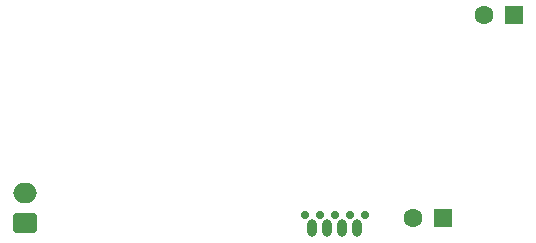
<source format=gbr>
%TF.GenerationSoftware,KiCad,Pcbnew,7.0.7*%
%TF.CreationDate,2023-09-20T12:31:10+02:00*%
%TF.ProjectId,Window_EMP_monitor_59_4x23_5x1.6mm,57696e64-6f77-45f4-954d-505f6d6f6e69,rev?*%
%TF.SameCoordinates,Original*%
%TF.FileFunction,Soldermask,Bot*%
%TF.FilePolarity,Negative*%
%FSLAX46Y46*%
G04 Gerber Fmt 4.6, Leading zero omitted, Abs format (unit mm)*
G04 Created by KiCad (PCBNEW 7.0.7) date 2023-09-20 12:31:10*
%MOMM*%
%LPD*%
G01*
G04 APERTURE LIST*
G04 Aperture macros list*
%AMRoundRect*
0 Rectangle with rounded corners*
0 $1 Rounding radius*
0 $2 $3 $4 $5 $6 $7 $8 $9 X,Y pos of 4 corners*
0 Add a 4 corners polygon primitive as box body*
4,1,4,$2,$3,$4,$5,$6,$7,$8,$9,$2,$3,0*
0 Add four circle primitives for the rounded corners*
1,1,$1+$1,$2,$3*
1,1,$1+$1,$4,$5*
1,1,$1+$1,$6,$7*
1,1,$1+$1,$8,$9*
0 Add four rect primitives between the rounded corners*
20,1,$1+$1,$2,$3,$4,$5,0*
20,1,$1+$1,$4,$5,$6,$7,0*
20,1,$1+$1,$6,$7,$8,$9,0*
20,1,$1+$1,$8,$9,$2,$3,0*%
G04 Aperture macros list end*
%ADD10R,1.600000X1.600000*%
%ADD11C,1.600000*%
%ADD12RoundRect,0.250000X0.750000X-0.600000X0.750000X0.600000X-0.750000X0.600000X-0.750000X-0.600000X0*%
%ADD13O,2.000000X1.700000*%
%ADD14C,0.700000*%
%ADD15O,0.800000X1.500000*%
G04 APERTURE END LIST*
D10*
%TO.C,probeC4*%
X186555791Y-84730000D03*
D11*
X184055791Y-84730000D03*
%TD*%
D12*
%TO.C,PWR_PLUG1*%
X145122500Y-102310000D03*
D13*
X145122500Y-99810000D03*
%TD*%
D14*
%TO.C,J2*%
X168830000Y-101630000D03*
X170100000Y-101630000D03*
X171370000Y-101630000D03*
X172640000Y-101630000D03*
X173910000Y-101630000D03*
D15*
X169465000Y-102785000D03*
X170735000Y-102785000D03*
X172005000Y-102785000D03*
X173275000Y-102785000D03*
%TD*%
D10*
%TO.C,probeC3*%
X180510000Y-101930000D03*
D11*
X178010000Y-101930000D03*
%TD*%
M02*

</source>
